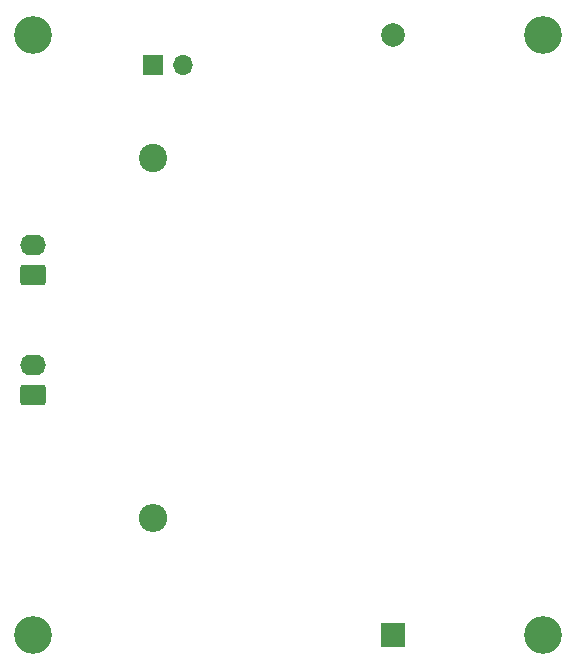
<source format=gbr>
%TF.GenerationSoftware,KiCad,Pcbnew,7.0.1-3b83917a11~172~ubuntu22.04.1*%
%TF.CreationDate,2023-04-12T15:56:53-05:00*%
%TF.ProjectId,load-resistors,6c6f6164-2d72-4657-9369-73746f72732e,rev?*%
%TF.SameCoordinates,Original*%
%TF.FileFunction,Soldermask,Top*%
%TF.FilePolarity,Negative*%
%FSLAX46Y46*%
G04 Gerber Fmt 4.6, Leading zero omitted, Abs format (unit mm)*
G04 Created by KiCad (PCBNEW 7.0.1-3b83917a11~172~ubuntu22.04.1) date 2023-04-12 15:56:53*
%MOMM*%
%LPD*%
G01*
G04 APERTURE LIST*
G04 Aperture macros list*
%AMRoundRect*
0 Rectangle with rounded corners*
0 $1 Rounding radius*
0 $2 $3 $4 $5 $6 $7 $8 $9 X,Y pos of 4 corners*
0 Add a 4 corners polygon primitive as box body*
4,1,4,$2,$3,$4,$5,$6,$7,$8,$9,$2,$3,0*
0 Add four circle primitives for the rounded corners*
1,1,$1+$1,$2,$3*
1,1,$1+$1,$4,$5*
1,1,$1+$1,$6,$7*
1,1,$1+$1,$8,$9*
0 Add four rect primitives between the rounded corners*
20,1,$1+$1,$2,$3,$4,$5,0*
20,1,$1+$1,$4,$5,$6,$7,0*
20,1,$1+$1,$6,$7,$8,$9,0*
20,1,$1+$1,$8,$9,$2,$3,0*%
G04 Aperture macros list end*
%ADD10C,3.200000*%
%ADD11O,1.700000X1.700000*%
%ADD12R,1.700000X1.700000*%
%ADD13RoundRect,0.250000X0.845000X-0.620000X0.845000X0.620000X-0.845000X0.620000X-0.845000X-0.620000X0*%
%ADD14O,2.190000X1.740000*%
%ADD15R,2.000000X2.000000*%
%ADD16C,2.000000*%
%ADD17C,2.400000*%
%ADD18O,2.400000X2.400000*%
G04 APERTURE END LIST*
D10*
%TO.C,H4*%
X213360000Y-116840000D03*
%TD*%
%TO.C,H3*%
X170180000Y-116840000D03*
%TD*%
%TO.C,H2*%
X170180000Y-66040000D03*
%TD*%
%TO.C,H1*%
X213360000Y-66040000D03*
%TD*%
D11*
%TO.C,JP1*%
X182880000Y-68580000D03*
D12*
X180340000Y-68580000D03*
%TD*%
D13*
%TO.C,J2*%
X170180000Y-96520000D03*
D14*
X170180000Y-93980000D03*
%TD*%
D13*
%TO.C,J1*%
X170180000Y-86360000D03*
D14*
X170180000Y-83820000D03*
%TD*%
D15*
%TO.C,R2*%
X200660000Y-116840000D03*
D16*
X200660000Y-66040000D03*
%TD*%
D17*
%TO.C,R1*%
X180340000Y-76449000D03*
D18*
X180340000Y-106929000D03*
%TD*%
M02*

</source>
